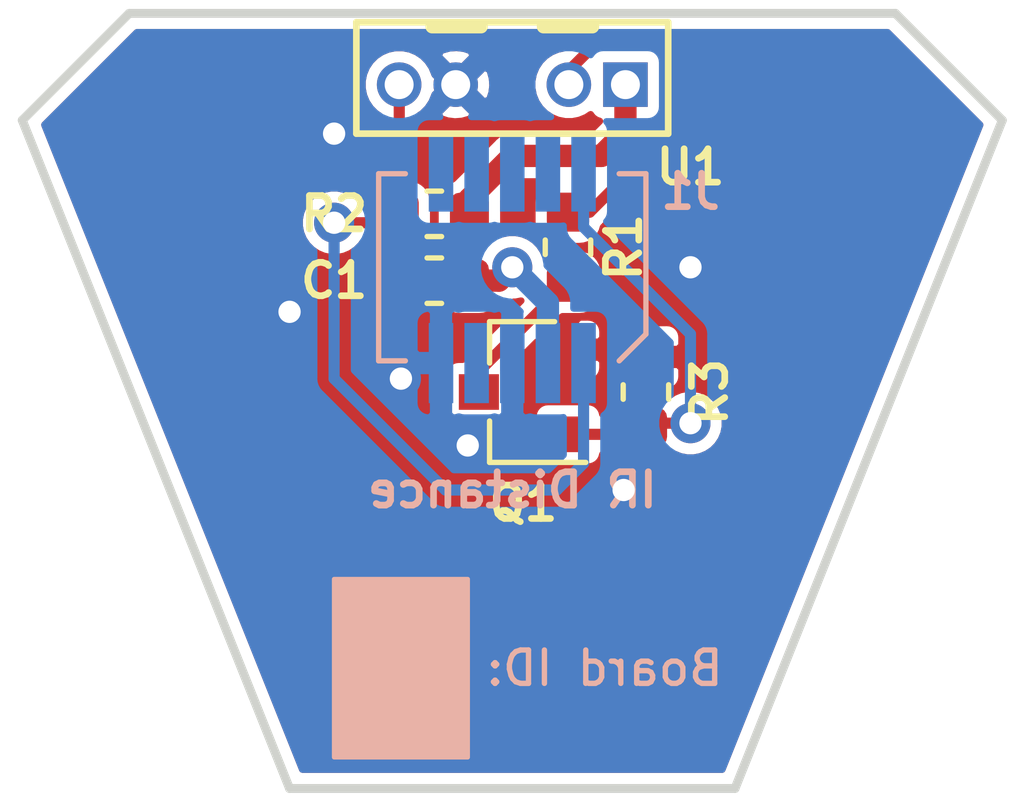
<source format=kicad_pcb>
(kicad_pcb (version 20171130) (host pcbnew "(5.1.7)-1")

  (general
    (thickness 1.6)
    (drawings 6)
    (tracks 48)
    (zones 0)
    (modules 9)
    (nets 7)
  )

  (page A4)
  (title_block
    (title "IR Distance Horizontal")
    (date 2021-04-10)
    (rev vA)
    (comment 1 "Matthew Jackson")
  )

  (layers
    (0 F.Cu signal)
    (31 B.Cu signal)
    (34 B.Paste user)
    (35 F.Paste user)
    (36 B.SilkS user)
    (37 F.SilkS user)
    (38 B.Mask user)
    (39 F.Mask user)
    (44 Edge.Cuts user)
    (45 Margin user hide)
    (46 B.CrtYd user hide)
    (47 F.CrtYd user hide)
    (48 B.Fab user hide)
    (49 F.Fab user hide)
  )

  (setup
    (last_trace_width 0.25)
    (user_trace_width 0.25)
    (user_trace_width 0.5)
    (trace_clearance 0.2)
    (zone_clearance 0.508)
    (zone_45_only no)
    (trace_min 0.2)
    (via_size 0.8)
    (via_drill 0.4)
    (via_min_size 0.4)
    (via_min_drill 0.3)
    (user_via 0.5 0.3)
    (user_via 0.9 0.5)
    (uvia_size 0.3)
    (uvia_drill 0.1)
    (uvias_allowed no)
    (uvia_min_size 0.2)
    (uvia_min_drill 0.1)
    (edge_width 0.2)
    (segment_width 0.2)
    (pcb_text_width 0.3)
    (pcb_text_size 1.5 1.5)
    (mod_edge_width 0.15)
    (mod_text_size 0.75 0.75)
    (mod_text_width 0.15)
    (pad_size 1.524 1.524)
    (pad_drill 0.762)
    (pad_to_mask_clearance 0)
    (aux_axis_origin 0 0)
    (visible_elements 7FFFFFFF)
    (pcbplotparams
      (layerselection 0x010fc_ffffffff)
      (usegerberextensions true)
      (usegerberattributes true)
      (usegerberadvancedattributes true)
      (creategerberjobfile true)
      (excludeedgelayer true)
      (linewidth 0.100000)
      (plotframeref true)
      (viasonmask false)
      (mode 1)
      (useauxorigin false)
      (hpglpennumber 1)
      (hpglpenspeed 20)
      (hpglpendiameter 15.000000)
      (psnegative false)
      (psa4output false)
      (plotreference true)
      (plotvalue true)
      (plotinvisibletext false)
      (padsonsilk false)
      (subtractmaskfromsilk true)
      (outputformat 4)
      (mirror false)
      (drillshape 2)
      (scaleselection 1)
      (outputdirectory "Outputs/PDF"))
  )

  (net 0 "")
  (net 1 +3V3)
  (net 2 GND)
  (net 3 /TIMER)
  (net 4 /ANALOG)
  (net 5 "Net-(Q1-Pad3)")
  (net 6 "Net-(R1-Pad2)")

  (net_class Default "This is the default net class."
    (clearance 0.2)
    (trace_width 0.25)
    (via_dia 0.8)
    (via_drill 0.4)
    (uvia_dia 0.3)
    (uvia_drill 0.1)
    (add_net +3V3)
    (add_net /ANALOG)
    (add_net /TIMER)
    (add_net GND)
    (add_net "Net-(Q1-Pad3)")
    (add_net "Net-(R1-Pad2)")
  )

  (module USER_PCB_Texts:Board_Number (layer B.Cu) (tedit 605B5AFC) (tstamp 60707D50)
    (at 145.5 109)
    (path /606D76A9)
    (fp_text reference T2 (at 2.5 0) (layer B.Fab)
      (effects (font (size 0.75 0.75) (thickness 0.15)) (justify mirror))
    )
    (fp_text value "Board ID" (at 0 3) (layer B.Fab)
      (effects (font (size 0.75 0.75) (thickness 0.15)) (justify mirror))
    )
    (fp_poly (pts (xy 3.5 -2) (xy 0.5 -2) (xy 0.5 2) (xy 3.5 2)) (layer B.SilkS) (width 0.1))
    (fp_text user "Board ID:" (at 9.3 0) (layer B.SilkS)
      (effects (font (size 0.75 0.75) (thickness 0.12)) (justify left mirror))
    )
  )

  (module USER_OptoDevice:Vishay_TCRT10x0_Reflective_Sensor (layer F.Cu) (tedit 606EFD8A) (tstamp 60707D5E)
    (at 150 95.9 180)
    (path /6058020F)
    (fp_text reference U1 (at -4 -1.85) (layer F.SilkS)
      (effects (font (size 0.75 0.75) (thickness 0.15)))
    )
    (fp_text value TCRT1000 (at 2.88 -3.92) (layer F.Fab)
      (effects (font (size 0.75 0.75) (thickness 0.15)))
    )
    (fp_line (start -3.5 -1.1) (end 3.5 -1.1) (layer F.SilkS) (width 0.15))
    (fp_line (start -3.5 1.4) (end -3.5 -1.1) (layer F.SilkS) (width 0.15))
    (fp_line (start 3.5 1.4) (end 3.5 -1.1) (layer F.SilkS) (width 0.15))
    (fp_line (start 3.5 1.4) (end -3.5 1.4) (layer F.SilkS) (width 0.15))
    (fp_line (start -1.8 1.3) (end -0.7 1.3) (layer F.SilkS) (width 0.3))
    (fp_line (start 0.7 1.3) (end 1.8 1.3) (layer F.SilkS) (width 0.3))
    (pad 4 thru_hole circle (at 2.54 0 180) (size 1 1) (drill 0.65) (layers *.Cu *.Mask)
      (net 4 /ANALOG))
    (pad 3 thru_hole circle (at 1.27 0 180) (size 1 1) (drill 0.65) (layers *.Cu *.Mask)
      (net 2 GND))
    (pad 2 thru_hole circle (at -1.27 0 180) (size 1 1) (drill 0.65) (layers *.Cu *.Mask)
      (net 6 "Net-(R1-Pad2)"))
    (pad 1 thru_hole rect (at -2.54 0 180) (size 1 1) (drill 0.65) (layers *.Cu *.Mask)
      (net 1 +3V3))
  )

  (module USER_PCB_Texts:PCB_Title_&_Version (layer F.Cu) (tedit 605B5C4B) (tstamp 60707D4A)
    (at 158.414999 105.394999)
    (path /606D74F9)
    (fp_text reference T1 (at 0 -2) (layer F.Fab)
      (effects (font (size 0.75 0.75) (thickness 0.15)))
    )
    (fp_text value "IR Distance" (at -8.414999 -0.394999) (layer B.SilkS)
      (effects (font (size 0.75 0.75) (thickness 0.15)) (justify mirror))
    )
  )

  (module USER_Resistor_SMD:R_0603_1608Metric (layer F.Cu) (tedit 5B301BBD) (tstamp 60707D46)
    (at 153 102.8 270)
    (descr "Resistor SMD 0603 (1608 Metric), square (rectangular) end terminal, IPC_7351 nominal, (Body size source: http://www.tortai-tech.com/upload/download/2011102023233369053.pdf), generated with kicad-footprint-generator")
    (tags resistor)
    (path /605B9F64)
    (attr smd)
    (fp_text reference R3 (at 0 -1.43 90) (layer F.SilkS)
      (effects (font (size 0.75 0.75) (thickness 0.15)))
    )
    (fp_text value 10k (at 0 1.43 90) (layer F.Fab)
      (effects (font (size 0.75 0.75) (thickness 0.15)))
    )
    (fp_line (start -0.8 0.4) (end -0.8 -0.4) (layer F.Fab) (width 0.1))
    (fp_line (start -0.8 -0.4) (end 0.8 -0.4) (layer F.Fab) (width 0.1))
    (fp_line (start 0.8 -0.4) (end 0.8 0.4) (layer F.Fab) (width 0.1))
    (fp_line (start 0.8 0.4) (end -0.8 0.4) (layer F.Fab) (width 0.1))
    (fp_line (start -0.162779 -0.51) (end 0.162779 -0.51) (layer F.SilkS) (width 0.12))
    (fp_line (start -0.162779 0.51) (end 0.162779 0.51) (layer F.SilkS) (width 0.12))
    (fp_line (start -1.48 0.73) (end -1.48 -0.73) (layer F.CrtYd) (width 0.05))
    (fp_line (start -1.48 -0.73) (end 1.48 -0.73) (layer F.CrtYd) (width 0.05))
    (fp_line (start 1.48 -0.73) (end 1.48 0.73) (layer F.CrtYd) (width 0.05))
    (fp_line (start 1.48 0.73) (end -1.48 0.73) (layer F.CrtYd) (width 0.05))
    (fp_text user %R (at 0 0 90) (layer F.Fab)
      (effects (font (size 0.75 0.75) (thickness 0.15)))
    )
    (pad 2 smd roundrect (at 0.7875 0 270) (size 0.875 0.95) (layers F.Cu F.Paste F.Mask) (roundrect_rratio 0.25)
      (net 3 /TIMER))
    (pad 1 smd roundrect (at -0.7875 0 270) (size 0.875 0.95) (layers F.Cu F.Paste F.Mask) (roundrect_rratio 0.25)
      (net 2 GND))
    (model ${KISYS3DMOD}/Resistor_SMD.3dshapes/R_0603_1608Metric.wrl
      (at (xyz 0 0 0))
      (scale (xyz 1 1 1))
      (rotate (xyz 0 0 0))
    )
  )

  (module USER_Resistor_SMD:R_0603_1608Metric (layer F.Cu) (tedit 5B301BBD) (tstamp 60707D35)
    (at 148.25 98.8 180)
    (descr "Resistor SMD 0603 (1608 Metric), square (rectangular) end terminal, IPC_7351 nominal, (Body size source: http://www.tortai-tech.com/upload/download/2011102023233369053.pdf), generated with kicad-footprint-generator")
    (tags resistor)
    (path /605A0828)
    (attr smd)
    (fp_text reference R2 (at 2.25 0) (layer F.SilkS)
      (effects (font (size 0.75 0.75) (thickness 0.15)))
    )
    (fp_text value 10k (at 0 1.43) (layer F.Fab)
      (effects (font (size 0.75 0.75) (thickness 0.15)))
    )
    (fp_line (start -0.8 0.4) (end -0.8 -0.4) (layer F.Fab) (width 0.1))
    (fp_line (start -0.8 -0.4) (end 0.8 -0.4) (layer F.Fab) (width 0.1))
    (fp_line (start 0.8 -0.4) (end 0.8 0.4) (layer F.Fab) (width 0.1))
    (fp_line (start 0.8 0.4) (end -0.8 0.4) (layer F.Fab) (width 0.1))
    (fp_line (start -0.162779 -0.51) (end 0.162779 -0.51) (layer F.SilkS) (width 0.12))
    (fp_line (start -0.162779 0.51) (end 0.162779 0.51) (layer F.SilkS) (width 0.12))
    (fp_line (start -1.48 0.73) (end -1.48 -0.73) (layer F.CrtYd) (width 0.05))
    (fp_line (start -1.48 -0.73) (end 1.48 -0.73) (layer F.CrtYd) (width 0.05))
    (fp_line (start 1.48 -0.73) (end 1.48 0.73) (layer F.CrtYd) (width 0.05))
    (fp_line (start 1.48 0.73) (end -1.48 0.73) (layer F.CrtYd) (width 0.05))
    (fp_text user %R (at 0 0) (layer F.Fab)
      (effects (font (size 0.75 0.75) (thickness 0.15)))
    )
    (pad 2 smd roundrect (at 0.7875 0 180) (size 0.875 0.95) (layers F.Cu F.Paste F.Mask) (roundrect_rratio 0.25)
      (net 4 /ANALOG))
    (pad 1 smd roundrect (at -0.7875 0 180) (size 0.875 0.95) (layers F.Cu F.Paste F.Mask) (roundrect_rratio 0.25)
      (net 1 +3V3))
    (model ${KISYS3DMOD}/Resistor_SMD.3dshapes/R_0603_1608Metric.wrl
      (at (xyz 0 0 0))
      (scale (xyz 1 1 1))
      (rotate (xyz 0 0 0))
    )
  )

  (module USER_Resistor_SMD:R_0603_1608Metric (layer F.Cu) (tedit 5B301BBD) (tstamp 60707D24)
    (at 151.25 99.55 90)
    (descr "Resistor SMD 0603 (1608 Metric), square (rectangular) end terminal, IPC_7351 nominal, (Body size source: http://www.tortai-tech.com/upload/download/2011102023233369053.pdf), generated with kicad-footprint-generator")
    (tags resistor)
    (path /60582841)
    (attr smd)
    (fp_text reference R1 (at 0 1.25 90) (layer F.SilkS)
      (effects (font (size 0.75 0.75) (thickness 0.15)))
    )
    (fp_text value 22R (at 0 1.43 90) (layer F.Fab)
      (effects (font (size 0.75 0.75) (thickness 0.15)))
    )
    (fp_line (start -0.8 0.4) (end -0.8 -0.4) (layer F.Fab) (width 0.1))
    (fp_line (start -0.8 -0.4) (end 0.8 -0.4) (layer F.Fab) (width 0.1))
    (fp_line (start 0.8 -0.4) (end 0.8 0.4) (layer F.Fab) (width 0.1))
    (fp_line (start 0.8 0.4) (end -0.8 0.4) (layer F.Fab) (width 0.1))
    (fp_line (start -0.162779 -0.51) (end 0.162779 -0.51) (layer F.SilkS) (width 0.12))
    (fp_line (start -0.162779 0.51) (end 0.162779 0.51) (layer F.SilkS) (width 0.12))
    (fp_line (start -1.48 0.73) (end -1.48 -0.73) (layer F.CrtYd) (width 0.05))
    (fp_line (start -1.48 -0.73) (end 1.48 -0.73) (layer F.CrtYd) (width 0.05))
    (fp_line (start 1.48 -0.73) (end 1.48 0.73) (layer F.CrtYd) (width 0.05))
    (fp_line (start 1.48 0.73) (end -1.48 0.73) (layer F.CrtYd) (width 0.05))
    (fp_text user %R (at 0 0 90) (layer F.Fab)
      (effects (font (size 0.75 0.75) (thickness 0.15)))
    )
    (pad 2 smd roundrect (at 0.7875 0 90) (size 0.875 0.95) (layers F.Cu F.Paste F.Mask) (roundrect_rratio 0.25)
      (net 6 "Net-(R1-Pad2)"))
    (pad 1 smd roundrect (at -0.7875 0 90) (size 0.875 0.95) (layers F.Cu F.Paste F.Mask) (roundrect_rratio 0.25)
      (net 5 "Net-(Q1-Pad3)"))
    (model ${KISYS3DMOD}/Resistor_SMD.3dshapes/R_0603_1608Metric.wrl
      (at (xyz 0 0 0))
      (scale (xyz 1 1 1))
      (rotate (xyz 0 0 0))
    )
  )

  (module USER_Package_TO_SOT_SMD:SOT-23 (layer F.Cu) (tedit 5A02FF57) (tstamp 60707D13)
    (at 150.25 102.8 180)
    (descr "SOT-23, Standard")
    (tags SOT-23)
    (path /60577421)
    (attr smd)
    (fp_text reference Q1 (at 0 -2.5) (layer F.SilkS)
      (effects (font (size 0.75 0.75) (thickness 0.15)))
    )
    (fp_text value FDV303N (at 0 2.5) (layer F.Fab)
      (effects (font (size 0.75 0.75) (thickness 0.15)))
    )
    (fp_line (start -0.7 -0.95) (end -0.7 1.5) (layer F.Fab) (width 0.1))
    (fp_line (start -0.15 -1.52) (end 0.7 -1.52) (layer F.Fab) (width 0.1))
    (fp_line (start -0.7 -0.95) (end -0.15 -1.52) (layer F.Fab) (width 0.1))
    (fp_line (start 0.7 -1.52) (end 0.7 1.52) (layer F.Fab) (width 0.1))
    (fp_line (start -0.7 1.52) (end 0.7 1.52) (layer F.Fab) (width 0.1))
    (fp_line (start 0.76 1.58) (end 0.76 0.65) (layer F.SilkS) (width 0.12))
    (fp_line (start 0.76 -1.58) (end 0.76 -0.65) (layer F.SilkS) (width 0.12))
    (fp_line (start -1.7 -1.75) (end 1.7 -1.75) (layer F.CrtYd) (width 0.05))
    (fp_line (start 1.7 -1.75) (end 1.7 1.75) (layer F.CrtYd) (width 0.05))
    (fp_line (start 1.7 1.75) (end -1.7 1.75) (layer F.CrtYd) (width 0.05))
    (fp_line (start -1.7 1.75) (end -1.7 -1.75) (layer F.CrtYd) (width 0.05))
    (fp_line (start 0.76 -1.58) (end -1.4 -1.58) (layer F.SilkS) (width 0.12))
    (fp_line (start 0.76 1.58) (end -0.7 1.58) (layer F.SilkS) (width 0.12))
    (fp_text user %R (at 0 0 90) (layer F.Fab)
      (effects (font (size 0.75 0.75) (thickness 0.15)))
    )
    (pad 3 smd rect (at 1 0 180) (size 0.9 0.8) (layers F.Cu F.Paste F.Mask)
      (net 5 "Net-(Q1-Pad3)"))
    (pad 2 smd rect (at -1 0.95 180) (size 0.9 0.8) (layers F.Cu F.Paste F.Mask)
      (net 2 GND))
    (pad 1 smd rect (at -1 -0.95 180) (size 0.9 0.8) (layers F.Cu F.Paste F.Mask)
      (net 3 /TIMER))
    (model ${KISYS3DMOD}/Package_TO_SOT_SMD.3dshapes/SOT-23.wrl
      (at (xyz 0 0 0))
      (scale (xyz 1 1 1))
      (rotate (xyz 0 0 0))
    )
  )

  (module USER_Connector_Molex:Molex_SlimStack_533071071_2x05_P0.8mm_Vertical_Female (layer B.Cu) (tedit 6070677A) (tstamp 60707CFE)
    (at 150 100 180)
    (path /606E67B1)
    (fp_text reference J1 (at -4 1.7) (layer B.SilkS)
      (effects (font (size 0.75 0.75) (thickness 0.15)) (justify mirror))
    )
    (fp_text value Conn_01x10 (at 0 0) (layer B.Fab)
      (effects (font (size 0.75 0.75) (thickness 0.15)) (justify mirror))
    )
    (fp_line (start 2.4 -2.1) (end 3 -2.1) (layer B.SilkS) (width 0.12))
    (fp_line (start 2.4 2.1) (end 3 2.1) (layer B.SilkS) (width 0.12))
    (fp_line (start -2.4 -2.1) (end -3 -1.5) (layer B.SilkS) (width 0.12))
    (fp_line (start 3 2.1) (end 3 -2.1) (layer B.SilkS) (width 0.12))
    (fp_line (start -2.4 2.1) (end -3 2.1) (layer B.SilkS) (width 0.12))
    (fp_line (start -3 -1.5) (end -3 2.1) (layer B.SilkS) (width 0.12))
    (pad 5 smd rect (at 0 -2.15) (size 0.55 1.8) (layers B.Cu B.Paste B.Mask)
      (net 2 GND))
    (pad 3 smd rect (at -0.8 -2.15) (size 0.55 1.8) (layers B.Cu B.Paste B.Mask)
      (net 1 +3V3))
    (pad 1 smd rect (at -1.6 -2.15) (size 0.55 1.8) (layers B.Cu B.Paste B.Mask)
      (net 4 /ANALOG))
    (pad 8 smd rect (at 0.8 2.15) (size 0.55 1.8) (layers B.Cu B.Paste B.Mask))
    (pad 7 smd rect (at 0.8 -2.15) (size 0.55 1.8) (layers B.Cu B.Paste B.Mask))
    (pad 6 smd rect (at 0 2.15) (size 0.55 1.8) (layers B.Cu B.Paste B.Mask))
    (pad 10 smd rect (at 1.6 2.15) (size 0.55 1.8) (layers B.Cu B.Paste B.Mask))
    (pad 9 smd rect (at 1.6 -2.15) (size 0.55 1.8) (layers B.Cu B.Paste B.Mask)
      (net 2 GND))
    (pad 4 smd rect (at -0.8 2.15) (size 0.55 1.8) (layers B.Cu B.Paste B.Mask))
    (pad 2 smd rect (at -1.6 2.15) (size 0.55 1.8) (layers B.Cu B.Paste B.Mask)
      (net 3 /TIMER))
    (model "${KICAD_USER_3DMOD_DIR}/Molex 533071071.step"
      (offset (xyz 0 0 1.8))
      (scale (xyz 1 1 1))
      (rotate (xyz 90 180 0))
    )
  )

  (module USER_Capacitor_SMD:C_0603_1608Metric (layer F.Cu) (tedit 5B301BBE) (tstamp 60707CEA)
    (at 148.25 100.3)
    (descr "Capacitor SMD 0603 (1608 Metric), square (rectangular) end terminal, IPC_7351 nominal, (Body size source: http://www.tortai-tech.com/upload/download/2011102023233369053.pdf), generated with kicad-footprint-generator")
    (tags capacitor)
    (path /607617EC)
    (attr smd)
    (fp_text reference C1 (at -2.25 0) (layer F.SilkS)
      (effects (font (size 0.75 0.75) (thickness 0.15)))
    )
    (fp_text value 100nF (at 0 1.43) (layer F.Fab)
      (effects (font (size 0.75 0.75) (thickness 0.15)))
    )
    (fp_line (start -0.8 0.4) (end -0.8 -0.4) (layer F.Fab) (width 0.1))
    (fp_line (start -0.8 -0.4) (end 0.8 -0.4) (layer F.Fab) (width 0.1))
    (fp_line (start 0.8 -0.4) (end 0.8 0.4) (layer F.Fab) (width 0.1))
    (fp_line (start 0.8 0.4) (end -0.8 0.4) (layer F.Fab) (width 0.1))
    (fp_line (start -0.162779 -0.51) (end 0.162779 -0.51) (layer F.SilkS) (width 0.12))
    (fp_line (start -0.162779 0.51) (end 0.162779 0.51) (layer F.SilkS) (width 0.12))
    (fp_line (start -1.48 0.73) (end -1.48 -0.73) (layer F.CrtYd) (width 0.05))
    (fp_line (start -1.48 -0.73) (end 1.48 -0.73) (layer F.CrtYd) (width 0.05))
    (fp_line (start 1.48 -0.73) (end 1.48 0.73) (layer F.CrtYd) (width 0.05))
    (fp_line (start 1.48 0.73) (end -1.48 0.73) (layer F.CrtYd) (width 0.05))
    (fp_text user %R (at 0 0) (layer F.Fab)
      (effects (font (size 0.75 0.75) (thickness 0.15)))
    )
    (pad 2 smd roundrect (at 0.7875 0) (size 0.875 0.95) (layers F.Cu F.Paste F.Mask) (roundrect_rratio 0.25)
      (net 1 +3V3))
    (pad 1 smd roundrect (at -0.7875 0) (size 0.875 0.95) (layers F.Cu F.Paste F.Mask) (roundrect_rratio 0.25)
      (net 2 GND))
    (model ${KISYS3DMOD}/Capacitor_SMD.3dshapes/C_0603_1608Metric.wrl
      (at (xyz 0 0 0))
      (scale (xyz 1 1 1))
      (rotate (xyz 0 0 0))
    )
  )

  (gr_line (start 145 111.7) (end 139 96.7) (layer Edge.Cuts) (width 0.2) (tstamp 60708BC2))
  (gr_line (start 155 111.7) (end 161 96.7) (layer Edge.Cuts) (width 0.2) (tstamp 60708BC1))
  (gr_line (start 155 111.7) (end 145 111.7) (layer Edge.Cuts) (width 0.2))
  (gr_line (start 158.6 94.3) (end 141.4 94.3) (layer Edge.Cuts) (width 0.2) (tstamp 60708B95))
  (gr_line (start 161 96.7) (end 158.6 94.3) (layer Edge.Cuts) (width 0.2))
  (gr_line (start 139 96.7) (end 141.4 94.3) (layer Edge.Cuts) (width 0.2))

  (segment (start 149.0375 100.3) (end 149.0375 98.8) (width 0.5) (layer F.Cu) (net 1))
  (segment (start 149.0375 100.3) (end 149.7 100.3) (width 0.5) (layer F.Cu) (net 1))
  (segment (start 149.7 100.3) (end 150 100) (width 0.5) (layer F.Cu) (net 1))
  (segment (start 150.8 100.8) (end 150.8 102.15) (width 0.5) (layer B.Cu) (net 1))
  (segment (start 150 100) (end 150.8 100.8) (width 0.5) (layer B.Cu) (net 1))
  (segment (start 149.0375 98.8) (end 149.0375 98.4625) (width 0.5) (layer F.Cu) (net 1))
  (segment (start 149.0375 98.4625) (end 150 97.5) (width 0.5) (layer F.Cu) (net 1))
  (segment (start 150 97.5) (end 152 97.5) (width 0.5) (layer F.Cu) (net 1))
  (segment (start 152.54 96.96) (end 152.54 95.9) (width 0.5) (layer F.Cu) (net 1))
  (segment (start 152 97.5) (end 152.54 96.96) (width 0.5) (layer F.Cu) (net 1))
  (segment (start 150 100) (end 150 100) (width 0.5) (layer F.Cu) (net 1) (tstamp 60708AAB))
  (via (at 150 100) (size 0.9) (drill 0.5) (layers F.Cu B.Cu) (net 1))
  (via (at 147.5 102.5) (size 0.9) (drill 0.5) (layers F.Cu B.Cu) (net 2))
  (via (at 149 104) (size 0.9) (drill 0.5) (layers F.Cu B.Cu) (net 2))
  (via (at 154 100) (size 0.9) (drill 0.5) (layers F.Cu B.Cu) (net 2))
  (via (at 146 97) (size 0.9) (drill 0.5) (layers F.Cu B.Cu) (net 2))
  (via (at 145 101) (size 0.9) (drill 0.5) (layers F.Cu B.Cu) (net 2))
  (via (at 152.5 105) (size 0.9) (drill 0.5) (layers F.Cu B.Cu) (net 2))
  (segment (start 152.8375 103.75) (end 153 103.5875) (width 0.25) (layer F.Cu) (net 3))
  (segment (start 151.25 103.75) (end 152.8375 103.75) (width 0.25) (layer F.Cu) (net 3))
  (segment (start 151.6 97.85) (end 151.6 99.1) (width 0.25) (layer B.Cu) (net 3))
  (segment (start 151.6 99.1) (end 154 101.5) (width 0.25) (layer B.Cu) (net 3))
  (segment (start 154 101.5) (end 154 103.5) (width 0.25) (layer B.Cu) (net 3))
  (segment (start 153.0875 103.5) (end 153 103.5875) (width 0.25) (layer F.Cu) (net 3))
  (segment (start 154 103.5) (end 154 103.5) (width 0.25) (layer F.Cu) (net 3))
  (segment (start 154 103.5) (end 153.0875 103.5) (width 0.25) (layer F.Cu) (net 3) (tstamp 60708AA9))
  (via (at 154 103.5) (size 0.9) (drill 0.5) (layers F.Cu B.Cu) (net 3))
  (segment (start 147.4625 95.9025) (end 147.46 95.9) (width 0.25) (layer F.Cu) (net 4))
  (segment (start 147.4625 98.8) (end 147.4625 95.9025) (width 0.25) (layer F.Cu) (net 4))
  (segment (start 147.2625 99) (end 147.4625 98.8) (width 0.25) (layer F.Cu) (net 4))
  (segment (start 146 99) (end 146 99) (width 0.25) (layer F.Cu) (net 4))
  (segment (start 146 99) (end 147.2625 99) (width 0.25) (layer F.Cu) (net 4) (tstamp 60708AAD))
  (via (at 146 99) (size 0.9) (drill 0.5) (layers F.Cu B.Cu) (net 4))
  (segment (start 146 102.5) (end 146 99) (width 0.25) (layer B.Cu) (net 4))
  (segment (start 151 105) (end 148.5 105) (width 0.25) (layer B.Cu) (net 4))
  (segment (start 151.6 102.15) (end 151.6 104.4) (width 0.25) (layer B.Cu) (net 4))
  (segment (start 148.5 105) (end 146 102.5) (width 0.25) (layer B.Cu) (net 4))
  (segment (start 151.6 104.4) (end 151 105) (width 0.25) (layer B.Cu) (net 4))
  (segment (start 149.25 102.3375) (end 151.25 100.3375) (width 0.25) (layer F.Cu) (net 5))
  (segment (start 149.25 102.8) (end 149.25 102.3375) (width 0.25) (layer F.Cu) (net 5))
  (segment (start 151.27 98.7425) (end 151.25 98.7625) (width 0.25) (layer F.Cu) (net 6))
  (segment (start 151.25 98.7625) (end 151.7375 98.7625) (width 0.25) (layer F.Cu) (net 6))
  (segment (start 151.7375 98.7625) (end 153.5 97) (width 0.25) (layer F.Cu) (net 6))
  (segment (start 153.5 95.274998) (end 153.225002 95) (width 0.25) (layer F.Cu) (net 6))
  (segment (start 153.5 97) (end 153.5 95.274998) (width 0.25) (layer F.Cu) (net 6))
  (segment (start 151.27 95.584998) (end 151.27 95.9) (width 0.25) (layer F.Cu) (net 6))
  (segment (start 151.854998 95) (end 151.27 95.584998) (width 0.25) (layer F.Cu) (net 6))
  (segment (start 153.225002 95) (end 151.854998 95) (width 0.25) (layer F.Cu) (net 6))

  (zone (net 2) (net_name GND) (layer F.Cu) (tstamp 6071BCA1) (hatch edge 0.508)
    (connect_pads (clearance 0.25))
    (min_thickness 0.15)
    (fill yes (arc_segments 32) (thermal_gap 0.25) (thermal_bridge_width 0.5))
    (polygon
      (pts
        (xy 161.5 96.5) (xy 155.5 112) (xy 144.5 112) (xy 138.5 96.5) (xy 141 94)
        (xy 159 94)
      )
    )
    (filled_polygon
      (pts
        (xy 151.132394 95.086209) (xy 151.029356 95.106704) (xy 150.879216 95.168894) (xy 150.744093 95.259181) (xy 150.629181 95.374093)
        (xy 150.538894 95.509216) (xy 150.476704 95.659356) (xy 150.445 95.818745) (xy 150.445 95.981255) (xy 150.476704 96.140644)
        (xy 150.538894 96.290784) (xy 150.629181 96.425907) (xy 150.744093 96.540819) (xy 150.879216 96.631106) (xy 151.029356 96.693296)
        (xy 151.188745 96.725) (xy 151.351255 96.725) (xy 151.510644 96.693296) (xy 151.660784 96.631106) (xy 151.759691 96.565018)
        (xy 151.768465 96.581434) (xy 151.809079 96.630921) (xy 151.858566 96.671535) (xy 151.915026 96.701713) (xy 151.965 96.716873)
        (xy 151.965 96.721827) (xy 151.761828 96.925) (xy 150.028243 96.925) (xy 150 96.922218) (xy 149.971757 96.925)
        (xy 149.971754 96.925) (xy 149.88728 96.93332) (xy 149.778892 96.966199) (xy 149.679002 97.019592) (xy 149.591446 97.091446)
        (xy 149.57344 97.113387) (xy 148.662925 98.023903) (xy 148.610064 98.039938) (xy 148.515785 98.090331) (xy 148.433149 98.158149)
        (xy 148.365331 98.240785) (xy 148.314938 98.335064) (xy 148.283906 98.437363) (xy 148.273428 98.54375) (xy 148.273428 99.05625)
        (xy 148.283906 99.162637) (xy 148.314938 99.264936) (xy 148.365331 99.359215) (xy 148.433149 99.441851) (xy 148.462501 99.465939)
        (xy 148.4625 99.634061) (xy 148.433149 99.658149) (xy 148.365331 99.740785) (xy 148.314938 99.835064) (xy 148.283906 99.937363)
        (xy 148.273428 100.04375) (xy 148.273428 100.55625) (xy 148.283906 100.662637) (xy 148.314938 100.764936) (xy 148.365331 100.859215)
        (xy 148.433149 100.941851) (xy 148.515785 101.009669) (xy 148.610064 101.060062) (xy 148.712363 101.091094) (xy 148.81875 101.101572)
        (xy 149.25625 101.101572) (xy 149.362637 101.091094) (xy 149.464936 101.060062) (xy 149.559215 101.009669) (xy 149.641851 100.941851)
        (xy 149.694848 100.877275) (xy 149.7 100.877782) (xy 149.728243 100.875) (xy 149.728246 100.875) (xy 149.81272 100.86668)
        (xy 149.921108 100.833801) (xy 150.020998 100.780408) (xy 150.027588 100.775) (xy 150.076331 100.775) (xy 150.200879 100.750226)
        (xy 148.947429 102.003676) (xy 148.930264 102.017763) (xy 148.916177 102.034928) (xy 148.916172 102.034933) (xy 148.88458 102.073428)
        (xy 148.8 102.073428) (xy 148.736289 102.079703) (xy 148.675026 102.098287) (xy 148.618566 102.128465) (xy 148.569079 102.169079)
        (xy 148.528465 102.218566) (xy 148.498287 102.275026) (xy 148.479703 102.336289) (xy 148.473428 102.4) (xy 148.473428 103.2)
        (xy 148.479703 103.263711) (xy 148.498287 103.324974) (xy 148.528465 103.381434) (xy 148.569079 103.430921) (xy 148.618566 103.471535)
        (xy 148.675026 103.501713) (xy 148.736289 103.520297) (xy 148.8 103.526572) (xy 149.7 103.526572) (xy 149.763711 103.520297)
        (xy 149.824974 103.501713) (xy 149.881434 103.471535) (xy 149.930921 103.430921) (xy 149.971535 103.381434) (xy 149.988336 103.35)
        (xy 150.473428 103.35) (xy 150.473428 104.15) (xy 150.479703 104.213711) (xy 150.498287 104.274974) (xy 150.528465 104.331434)
        (xy 150.569079 104.380921) (xy 150.618566 104.421535) (xy 150.675026 104.451713) (xy 150.736289 104.470297) (xy 150.8 104.476572)
        (xy 151.7 104.476572) (xy 151.763711 104.470297) (xy 151.824974 104.451713) (xy 151.881434 104.421535) (xy 151.930921 104.380921)
        (xy 151.971535 104.331434) (xy 152.001713 104.274974) (xy 152.020297 104.213711) (xy 152.021647 104.2) (xy 152.368079 104.2)
        (xy 152.440785 104.259669) (xy 152.535064 104.310062) (xy 152.637363 104.341094) (xy 152.74375 104.351572) (xy 153.25625 104.351572)
        (xy 153.362637 104.341094) (xy 153.464936 104.310062) (xy 153.559215 104.259669) (xy 153.641851 104.191851) (xy 153.642676 104.190845)
        (xy 153.773941 104.245217) (xy 153.923669 104.275) (xy 154.076331 104.275) (xy 154.226059 104.245217) (xy 154.3671 104.186796)
        (xy 154.494034 104.101982) (xy 154.601982 103.994034) (xy 154.686796 103.8671) (xy 154.745217 103.726059) (xy 154.775 103.576331)
        (xy 154.775 103.423669) (xy 154.745217 103.273941) (xy 154.686796 103.1329) (xy 154.601982 103.005966) (xy 154.494034 102.898018)
        (xy 154.3671 102.813204) (xy 154.226059 102.754783) (xy 154.076331 102.725) (xy 153.923669 102.725) (xy 153.773941 102.754783)
        (xy 153.6329 102.813204) (xy 153.515236 102.891824) (xy 153.464936 102.864938) (xy 153.362637 102.833906) (xy 153.25625 102.823428)
        (xy 152.74375 102.823428) (xy 152.637363 102.833906) (xy 152.535064 102.864938) (xy 152.440785 102.915331) (xy 152.358149 102.983149)
        (xy 152.290331 103.065785) (xy 152.239938 103.160064) (xy 152.208906 103.262363) (xy 152.205199 103.3) (xy 152.021647 103.3)
        (xy 152.020297 103.286289) (xy 152.001713 103.225026) (xy 151.971535 103.168566) (xy 151.930921 103.119079) (xy 151.881434 103.078465)
        (xy 151.824974 103.048287) (xy 151.763711 103.029703) (xy 151.7 103.023428) (xy 150.8 103.023428) (xy 150.736289 103.029703)
        (xy 150.675026 103.048287) (xy 150.618566 103.078465) (xy 150.569079 103.119079) (xy 150.528465 103.168566) (xy 150.498287 103.225026)
        (xy 150.479703 103.286289) (xy 150.473428 103.35) (xy 149.988336 103.35) (xy 150.001713 103.324974) (xy 150.020297 103.263711)
        (xy 150.026572 103.2) (xy 150.026572 102.4) (xy 150.020297 102.336289) (xy 150.001713 102.275026) (xy 149.988337 102.25)
        (xy 150.473427 102.25) (xy 150.479702 102.313711) (xy 150.498286 102.374974) (xy 150.528464 102.431434) (xy 150.569078 102.480922)
        (xy 150.618566 102.521536) (xy 150.675026 102.551714) (xy 150.736289 102.570298) (xy 150.8 102.576573) (xy 150.99375 102.575)
        (xy 151.075 102.49375) (xy 151.075 102.025) (xy 151.425 102.025) (xy 151.425 102.49375) (xy 151.50625 102.575)
        (xy 151.7 102.576573) (xy 151.763711 102.570298) (xy 151.824974 102.551714) (xy 151.881434 102.521536) (xy 151.930922 102.480922)
        (xy 151.956299 102.45) (xy 152.198427 102.45) (xy 152.204702 102.513711) (xy 152.223286 102.574974) (xy 152.253464 102.631434)
        (xy 152.294078 102.680922) (xy 152.343566 102.721536) (xy 152.400026 102.751714) (xy 152.461289 102.770298) (xy 152.525 102.776573)
        (xy 152.74375 102.775) (xy 152.825 102.69375) (xy 152.825 102.1875) (xy 153.175 102.1875) (xy 153.175 102.69375)
        (xy 153.25625 102.775) (xy 153.475 102.776573) (xy 153.538711 102.770298) (xy 153.599974 102.751714) (xy 153.656434 102.721536)
        (xy 153.705922 102.680922) (xy 153.746536 102.631434) (xy 153.776714 102.574974) (xy 153.795298 102.513711) (xy 153.801573 102.45)
        (xy 153.8 102.26875) (xy 153.71875 102.1875) (xy 153.175 102.1875) (xy 152.825 102.1875) (xy 152.28125 102.1875)
        (xy 152.2 102.26875) (xy 152.198427 102.45) (xy 151.956299 102.45) (xy 151.971536 102.431434) (xy 152.001714 102.374974)
        (xy 152.020298 102.313711) (xy 152.026573 102.25) (xy 152.025 102.10625) (xy 151.94375 102.025) (xy 151.425 102.025)
        (xy 151.075 102.025) (xy 150.55625 102.025) (xy 150.475 102.10625) (xy 150.473427 102.25) (xy 149.988337 102.25)
        (xy 149.983306 102.240589) (xy 150.552573 101.671323) (xy 150.55625 101.675) (xy 151.075 101.675) (xy 151.075 101.20625)
        (xy 151.425 101.20625) (xy 151.425 101.675) (xy 151.94375 101.675) (xy 152.025 101.59375) (xy 152.025205 101.575)
        (xy 152.198427 101.575) (xy 152.2 101.75625) (xy 152.28125 101.8375) (xy 152.825 101.8375) (xy 152.825 101.33125)
        (xy 153.175 101.33125) (xy 153.175 101.8375) (xy 153.71875 101.8375) (xy 153.8 101.75625) (xy 153.801573 101.575)
        (xy 153.795298 101.511289) (xy 153.776714 101.450026) (xy 153.746536 101.393566) (xy 153.705922 101.344078) (xy 153.656434 101.303464)
        (xy 153.599974 101.273286) (xy 153.538711 101.254702) (xy 153.475 101.248427) (xy 153.25625 101.25) (xy 153.175 101.33125)
        (xy 152.825 101.33125) (xy 152.74375 101.25) (xy 152.525 101.248427) (xy 152.461289 101.254702) (xy 152.400026 101.273286)
        (xy 152.343566 101.303464) (xy 152.294078 101.344078) (xy 152.253464 101.393566) (xy 152.223286 101.450026) (xy 152.204702 101.511289)
        (xy 152.198427 101.575) (xy 152.025205 101.575) (xy 152.026573 101.45) (xy 152.020298 101.386289) (xy 152.001714 101.325026)
        (xy 151.971536 101.268566) (xy 151.930922 101.219078) (xy 151.881434 101.178464) (xy 151.824974 101.148286) (xy 151.763711 101.129702)
        (xy 151.7 101.123427) (xy 151.50625 101.125) (xy 151.425 101.20625) (xy 151.075 101.20625) (xy 151.046323 101.177573)
        (xy 151.122324 101.101572) (xy 151.50625 101.101572) (xy 151.612637 101.091094) (xy 151.714936 101.060062) (xy 151.809215 101.009669)
        (xy 151.891851 100.941851) (xy 151.959669 100.859215) (xy 152.010062 100.764936) (xy 152.041094 100.662637) (xy 152.051572 100.55625)
        (xy 152.051572 100.11875) (xy 152.041094 100.012363) (xy 152.010062 99.910064) (xy 151.959669 99.815785) (xy 151.891851 99.733149)
        (xy 151.809215 99.665331) (xy 151.714936 99.614938) (xy 151.612637 99.583906) (xy 151.50625 99.573428) (xy 150.99375 99.573428)
        (xy 150.887363 99.583906) (xy 150.785064 99.614938) (xy 150.698517 99.661198) (xy 150.686796 99.6329) (xy 150.601982 99.505966)
        (xy 150.494034 99.398018) (xy 150.3671 99.313204) (xy 150.226059 99.254783) (xy 150.076331 99.225) (xy 149.923669 99.225)
        (xy 149.773941 99.254783) (xy 149.76159 99.259899) (xy 149.791094 99.162637) (xy 149.801572 99.05625) (xy 149.801572 98.54375)
        (xy 149.798689 98.514483) (xy 150.238173 98.075) (xy 150.719467 98.075) (xy 150.690785 98.090331) (xy 150.608149 98.158149)
        (xy 150.540331 98.240785) (xy 150.489938 98.335064) (xy 150.458906 98.437363) (xy 150.448428 98.54375) (xy 150.448428 98.98125)
        (xy 150.458906 99.087637) (xy 150.489938 99.189936) (xy 150.540331 99.284215) (xy 150.608149 99.366851) (xy 150.690785 99.434669)
        (xy 150.785064 99.485062) (xy 150.887363 99.516094) (xy 150.99375 99.526572) (xy 151.50625 99.526572) (xy 151.612637 99.516094)
        (xy 151.714936 99.485062) (xy 151.809215 99.434669) (xy 151.891851 99.366851) (xy 151.959669 99.284215) (xy 152.010062 99.189936)
        (xy 152.037924 99.098087) (xy 152.057237 99.082237) (xy 152.071329 99.065066) (xy 153.802573 97.333823) (xy 153.819737 97.319737)
        (xy 153.833824 97.302572) (xy 153.833828 97.302568) (xy 153.875971 97.251217) (xy 153.890526 97.223986) (xy 153.917757 97.173041)
        (xy 153.943489 97.088215) (xy 153.95 97.022105) (xy 153.95 97.022093) (xy 153.952176 97.000001) (xy 153.95 96.977909)
        (xy 153.95 95.297092) (xy 153.952176 95.274998) (xy 153.95 95.252903) (xy 153.95 95.252893) (xy 153.943489 95.186783)
        (xy 153.917757 95.101957) (xy 153.910412 95.088215) (xy 153.875971 95.023781) (xy 153.833828 94.972431) (xy 153.819737 94.955261)
        (xy 153.802566 94.941169) (xy 153.586397 94.725) (xy 158.42396 94.725) (xy 160.501318 96.802358) (xy 154.712261 111.275)
        (xy 145.287738 111.275) (xy 141.08774 100.775) (xy 146.698427 100.775) (xy 146.704702 100.838711) (xy 146.723286 100.899974)
        (xy 146.753464 100.956434) (xy 146.794078 101.005922) (xy 146.843566 101.046536) (xy 146.900026 101.076714) (xy 146.961289 101.095298)
        (xy 147.025 101.101573) (xy 147.20625 101.1) (xy 147.2875 101.01875) (xy 147.2875 100.475) (xy 147.6375 100.475)
        (xy 147.6375 101.01875) (xy 147.71875 101.1) (xy 147.9 101.101573) (xy 147.963711 101.095298) (xy 148.024974 101.076714)
        (xy 148.081434 101.046536) (xy 148.130922 101.005922) (xy 148.171536 100.956434) (xy 148.201714 100.899974) (xy 148.220298 100.838711)
        (xy 148.226573 100.775) (xy 148.225 100.55625) (xy 148.14375 100.475) (xy 147.6375 100.475) (xy 147.2875 100.475)
        (xy 146.78125 100.475) (xy 146.7 100.55625) (xy 146.698427 100.775) (xy 141.08774 100.775) (xy 140.347207 98.923669)
        (xy 145.225 98.923669) (xy 145.225 99.076331) (xy 145.254783 99.226059) (xy 145.313204 99.3671) (xy 145.398018 99.494034)
        (xy 145.505966 99.601982) (xy 145.6329 99.686796) (xy 145.773941 99.745217) (xy 145.923669 99.775) (xy 146.076331 99.775)
        (xy 146.226059 99.745217) (xy 146.3671 99.686796) (xy 146.494034 99.601982) (xy 146.601982 99.494034) (xy 146.631404 99.45)
        (xy 146.868079 99.45) (xy 146.940785 99.509669) (xy 146.94228 99.510468) (xy 146.900026 99.523286) (xy 146.843566 99.553464)
        (xy 146.794078 99.594078) (xy 146.753464 99.643566) (xy 146.723286 99.700026) (xy 146.704702 99.761289) (xy 146.698427 99.825)
        (xy 146.7 100.04375) (xy 146.78125 100.125) (xy 147.2875 100.125) (xy 147.2875 100.105) (xy 147.6375 100.105)
        (xy 147.6375 100.125) (xy 148.14375 100.125) (xy 148.225 100.04375) (xy 148.226573 99.825) (xy 148.220298 99.761289)
        (xy 148.201714 99.700026) (xy 148.171536 99.643566) (xy 148.130922 99.594078) (xy 148.081434 99.553464) (xy 148.024974 99.523286)
        (xy 147.98272 99.510468) (xy 147.984215 99.509669) (xy 148.066851 99.441851) (xy 148.134669 99.359215) (xy 148.185062 99.264936)
        (xy 148.216094 99.162637) (xy 148.226572 99.05625) (xy 148.226572 98.54375) (xy 148.216094 98.437363) (xy 148.185062 98.335064)
        (xy 148.134669 98.240785) (xy 148.066851 98.158149) (xy 147.984215 98.090331) (xy 147.9125 98.051999) (xy 147.9125 96.589868)
        (xy 147.985907 96.540819) (xy 147.988933 96.537793) (xy 148.339695 96.537793) (xy 148.39529 96.658417) (xy 148.549681 96.709144)
        (xy 148.711001 96.728774) (xy 148.873053 96.716556) (xy 149.029607 96.672958) (xy 149.06471 96.658417) (xy 149.120305 96.537793)
        (xy 148.73 96.147487) (xy 148.339695 96.537793) (xy 147.988933 96.537793) (xy 148.100819 96.425907) (xy 148.191106 96.290784)
        (xy 148.253296 96.140644) (xy 148.256133 96.126379) (xy 148.482513 95.9) (xy 148.977487 95.9) (xy 149.367793 96.290305)
        (xy 149.488417 96.23471) (xy 149.539144 96.080319) (xy 149.558774 95.918999) (xy 149.546556 95.756947) (xy 149.502958 95.600393)
        (xy 149.488417 95.56529) (xy 149.367793 95.509695) (xy 148.977487 95.9) (xy 148.482513 95.9) (xy 148.256133 95.673621)
        (xy 148.253296 95.659356) (xy 148.191106 95.509216) (xy 148.100819 95.374093) (xy 147.988933 95.262207) (xy 148.339695 95.262207)
        (xy 148.73 95.652513) (xy 149.120305 95.262207) (xy 149.06471 95.141583) (xy 148.910319 95.090856) (xy 148.748999 95.071226)
        (xy 148.586947 95.083444) (xy 148.430393 95.127042) (xy 148.39529 95.141583) (xy 148.339695 95.262207) (xy 147.988933 95.262207)
        (xy 147.985907 95.259181) (xy 147.850784 95.168894) (xy 147.700644 95.106704) (xy 147.541255 95.075) (xy 147.378745 95.075)
        (xy 147.219356 95.106704) (xy 147.069216 95.168894) (xy 146.934093 95.259181) (xy 146.819181 95.374093) (xy 146.728894 95.509216)
        (xy 146.666704 95.659356) (xy 146.635 95.818745) (xy 146.635 95.981255) (xy 146.666704 96.140644) (xy 146.728894 96.290784)
        (xy 146.819181 96.425907) (xy 146.934093 96.540819) (xy 147.012501 96.59321) (xy 147.0125 98.051999) (xy 146.940785 98.090331)
        (xy 146.858149 98.158149) (xy 146.790331 98.240785) (xy 146.739938 98.335064) (xy 146.708906 98.437363) (xy 146.698428 98.54375)
        (xy 146.698428 98.55) (xy 146.631404 98.55) (xy 146.601982 98.505966) (xy 146.494034 98.398018) (xy 146.3671 98.313204)
        (xy 146.226059 98.254783) (xy 146.076331 98.225) (xy 145.923669 98.225) (xy 145.773941 98.254783) (xy 145.6329 98.313204)
        (xy 145.505966 98.398018) (xy 145.398018 98.505966) (xy 145.313204 98.6329) (xy 145.254783 98.773941) (xy 145.225 98.923669)
        (xy 140.347207 98.923669) (xy 139.498682 96.802358) (xy 141.57604 94.725) (xy 151.493602 94.725)
      )
    )
  )
  (zone (net 2) (net_name GND) (layer B.Cu) (tstamp 6071BC9E) (hatch edge 0.508)
    (connect_pads (clearance 0.25))
    (min_thickness 0.15)
    (fill yes (arc_segments 32) (thermal_gap 0.25) (thermal_bridge_width 0.5))
    (polygon
      (pts
        (xy 161.5 96.5) (xy 155.5 112) (xy 144.5 112) (xy 138.5 96.5) (xy 141 94)
        (xy 159 94)
      )
    )
    (filled_polygon
      (pts
        (xy 160.501318 96.802358) (xy 154.712261 111.275) (xy 145.287738 111.275) (xy 140.347207 98.923669) (xy 145.225 98.923669)
        (xy 145.225 99.076331) (xy 145.254783 99.226059) (xy 145.313204 99.3671) (xy 145.398018 99.494034) (xy 145.505966 99.601982)
        (xy 145.550001 99.631405) (xy 145.55 102.477906) (xy 145.547824 102.5) (xy 145.55 102.522094) (xy 145.55 102.522104)
        (xy 145.556511 102.588214) (xy 145.569311 102.630408) (xy 145.582243 102.67304) (xy 145.624029 102.751216) (xy 145.666172 102.802567)
        (xy 145.680263 102.819737) (xy 145.697434 102.833829) (xy 148.166176 105.302572) (xy 148.180263 105.319737) (xy 148.197428 105.333824)
        (xy 148.197432 105.333828) (xy 148.248783 105.375971) (xy 148.326959 105.417757) (xy 148.411785 105.443489) (xy 148.477895 105.45)
        (xy 148.477905 105.45) (xy 148.5 105.452176) (xy 148.522094 105.45) (xy 150.977906 105.45) (xy 151 105.452176)
        (xy 151.022094 105.45) (xy 151.022105 105.45) (xy 151.088215 105.443489) (xy 151.173041 105.417757) (xy 151.251216 105.375971)
        (xy 151.319737 105.319737) (xy 151.333828 105.302567) (xy 151.902572 104.733824) (xy 151.919737 104.719737) (xy 151.933824 104.702572)
        (xy 151.933828 104.702568) (xy 151.975971 104.651217) (xy 152.017757 104.573041) (xy 152.024746 104.55) (xy 152.043489 104.488215)
        (xy 152.05 104.422105) (xy 152.05 104.422095) (xy 152.052176 104.400001) (xy 152.05 104.377906) (xy 152.05 103.324974)
        (xy 152.056434 103.321535) (xy 152.105921 103.280921) (xy 152.146535 103.231434) (xy 152.176713 103.174974) (xy 152.195297 103.113711)
        (xy 152.201572 103.05) (xy 152.201572 101.25) (xy 152.195297 101.186289) (xy 152.176713 101.125026) (xy 152.146535 101.068566)
        (xy 152.105921 101.019079) (xy 152.056434 100.978465) (xy 151.999974 100.948287) (xy 151.938711 100.929703) (xy 151.875 100.923428)
        (xy 151.375 100.923428) (xy 151.375 100.828243) (xy 151.377782 100.8) (xy 151.372386 100.745217) (xy 151.36668 100.68728)
        (xy 151.333801 100.578892) (xy 151.280409 100.479003) (xy 151.280408 100.479001) (xy 151.226559 100.413386) (xy 151.208554 100.391446)
        (xy 151.186613 100.37344) (xy 150.775 99.961828) (xy 150.775 99.923669) (xy 150.745217 99.773941) (xy 150.686796 99.6329)
        (xy 150.601982 99.505966) (xy 150.494034 99.398018) (xy 150.3671 99.313204) (xy 150.226059 99.254783) (xy 150.076331 99.225)
        (xy 149.923669 99.225) (xy 149.773941 99.254783) (xy 149.6329 99.313204) (xy 149.505966 99.398018) (xy 149.398018 99.505966)
        (xy 149.313204 99.6329) (xy 149.254783 99.773941) (xy 149.225 99.923669) (xy 149.225 100.076331) (xy 149.254783 100.226059)
        (xy 149.313204 100.3671) (xy 149.398018 100.494034) (xy 149.505966 100.601982) (xy 149.6329 100.686796) (xy 149.773941 100.745217)
        (xy 149.923669 100.775) (xy 149.961828 100.775) (xy 150.184039 100.997211) (xy 150.175 101.00625) (xy 150.175 101.975)
        (xy 150.195 101.975) (xy 150.195 102.325) (xy 150.175 102.325) (xy 150.175 103.29375) (xy 150.25625 103.375)
        (xy 150.275 103.376573) (xy 150.338711 103.370298) (xy 150.399974 103.351714) (xy 150.400001 103.3517) (xy 150.400026 103.351713)
        (xy 150.461289 103.370297) (xy 150.525 103.376572) (xy 151.075 103.376572) (xy 151.138711 103.370297) (xy 151.150001 103.366872)
        (xy 151.150001 104.213603) (xy 150.813605 104.55) (xy 148.686396 104.55) (xy 147.186396 103.05) (xy 147.798427 103.05)
        (xy 147.804702 103.113711) (xy 147.823286 103.174974) (xy 147.853464 103.231434) (xy 147.894078 103.280922) (xy 147.943566 103.321536)
        (xy 148.000026 103.351714) (xy 148.061289 103.370298) (xy 148.125 103.376573) (xy 148.14375 103.375) (xy 148.225 103.29375)
        (xy 148.225 102.325) (xy 147.88125 102.325) (xy 147.8 102.40625) (xy 147.798427 103.05) (xy 147.186396 103.05)
        (xy 146.45 102.313605) (xy 146.45 101.25) (xy 147.798427 101.25) (xy 147.8 101.89375) (xy 147.88125 101.975)
        (xy 148.225 101.975) (xy 148.225 101.00625) (xy 148.575 101.00625) (xy 148.575 101.975) (xy 148.595 101.975)
        (xy 148.595 102.325) (xy 148.575 102.325) (xy 148.575 103.29375) (xy 148.65625 103.375) (xy 148.675 103.376573)
        (xy 148.738711 103.370298) (xy 148.799974 103.351714) (xy 148.800001 103.3517) (xy 148.800026 103.351713) (xy 148.861289 103.370297)
        (xy 148.925 103.376572) (xy 149.475 103.376572) (xy 149.538711 103.370297) (xy 149.599974 103.351713) (xy 149.599999 103.3517)
        (xy 149.600026 103.351714) (xy 149.661289 103.370298) (xy 149.725 103.376573) (xy 149.74375 103.375) (xy 149.825 103.29375)
        (xy 149.825 102.325) (xy 149.805 102.325) (xy 149.805 101.975) (xy 149.825 101.975) (xy 149.825 101.00625)
        (xy 149.74375 100.925) (xy 149.725 100.923427) (xy 149.661289 100.929702) (xy 149.600026 100.948286) (xy 149.599999 100.9483)
        (xy 149.599974 100.948287) (xy 149.538711 100.929703) (xy 149.475 100.923428) (xy 148.925 100.923428) (xy 148.861289 100.929703)
        (xy 148.800026 100.948287) (xy 148.800001 100.9483) (xy 148.799974 100.948286) (xy 148.738711 100.929702) (xy 148.675 100.923427)
        (xy 148.65625 100.925) (xy 148.575 101.00625) (xy 148.225 101.00625) (xy 148.14375 100.925) (xy 148.125 100.923427)
        (xy 148.061289 100.929702) (xy 148.000026 100.948286) (xy 147.943566 100.978464) (xy 147.894078 101.019078) (xy 147.853464 101.068566)
        (xy 147.823286 101.125026) (xy 147.804702 101.186289) (xy 147.798427 101.25) (xy 146.45 101.25) (xy 146.45 99.631404)
        (xy 146.494034 99.601982) (xy 146.601982 99.494034) (xy 146.686796 99.3671) (xy 146.745217 99.226059) (xy 146.775 99.076331)
        (xy 146.775 98.923669) (xy 146.745217 98.773941) (xy 146.686796 98.6329) (xy 146.601982 98.505966) (xy 146.494034 98.398018)
        (xy 146.3671 98.313204) (xy 146.226059 98.254783) (xy 146.076331 98.225) (xy 145.923669 98.225) (xy 145.773941 98.254783)
        (xy 145.6329 98.313204) (xy 145.505966 98.398018) (xy 145.398018 98.505966) (xy 145.313204 98.6329) (xy 145.254783 98.773941)
        (xy 145.225 98.923669) (xy 140.347207 98.923669) (xy 139.557739 96.95) (xy 147.798428 96.95) (xy 147.798428 98.75)
        (xy 147.804703 98.813711) (xy 147.823287 98.874974) (xy 147.853465 98.931434) (xy 147.894079 98.980921) (xy 147.943566 99.021535)
        (xy 148.000026 99.051713) (xy 148.061289 99.070297) (xy 148.125 99.076572) (xy 148.675 99.076572) (xy 148.738711 99.070297)
        (xy 148.799974 99.051713) (xy 148.8 99.051699) (xy 148.800026 99.051713) (xy 148.861289 99.070297) (xy 148.925 99.076572)
        (xy 149.475 99.076572) (xy 149.538711 99.070297) (xy 149.599974 99.051713) (xy 149.6 99.051699) (xy 149.600026 99.051713)
        (xy 149.661289 99.070297) (xy 149.725 99.076572) (xy 150.275 99.076572) (xy 150.338711 99.070297) (xy 150.399974 99.051713)
        (xy 150.4 99.051699) (xy 150.400026 99.051713) (xy 150.461289 99.070297) (xy 150.525 99.076572) (xy 151.075 99.076572)
        (xy 151.138711 99.070297) (xy 151.150001 99.066872) (xy 151.150001 99.077896) (xy 151.147824 99.1) (xy 151.156512 99.188215)
        (xy 151.182243 99.27304) (xy 151.224029 99.351216) (xy 151.266172 99.402567) (xy 151.266177 99.402572) (xy 151.280264 99.419737)
        (xy 151.297429 99.433824) (xy 153.55 101.686396) (xy 153.550001 102.868595) (xy 153.505966 102.898018) (xy 153.398018 103.005966)
        (xy 153.313204 103.1329) (xy 153.254783 103.273941) (xy 153.225 103.423669) (xy 153.225 103.576331) (xy 153.254783 103.726059)
        (xy 153.313204 103.8671) (xy 153.398018 103.994034) (xy 153.505966 104.101982) (xy 153.6329 104.186796) (xy 153.773941 104.245217)
        (xy 153.923669 104.275) (xy 154.076331 104.275) (xy 154.226059 104.245217) (xy 154.3671 104.186796) (xy 154.494034 104.101982)
        (xy 154.601982 103.994034) (xy 154.686796 103.8671) (xy 154.745217 103.726059) (xy 154.775 103.576331) (xy 154.775 103.423669)
        (xy 154.745217 103.273941) (xy 154.686796 103.1329) (xy 154.601982 103.005966) (xy 154.494034 102.898018) (xy 154.45 102.868596)
        (xy 154.45 101.522094) (xy 154.452176 101.5) (xy 154.45 101.477906) (xy 154.45 101.477895) (xy 154.443489 101.411785)
        (xy 154.417757 101.326959) (xy 154.392875 101.280408) (xy 154.375971 101.248783) (xy 154.333828 101.197432) (xy 154.333824 101.197428)
        (xy 154.319737 101.180263) (xy 154.302573 101.166177) (xy 152.111057 98.974662) (xy 152.146535 98.931434) (xy 152.176713 98.874974)
        (xy 152.195297 98.813711) (xy 152.201572 98.75) (xy 152.201572 96.95) (xy 152.195297 96.886289) (xy 152.176713 96.825026)
        (xy 152.146535 96.768566) (xy 152.112071 96.726572) (xy 153.04 96.726572) (xy 153.103711 96.720297) (xy 153.164974 96.701713)
        (xy 153.221434 96.671535) (xy 153.270921 96.630921) (xy 153.311535 96.581434) (xy 153.341713 96.524974) (xy 153.360297 96.463711)
        (xy 153.366572 96.4) (xy 153.366572 95.4) (xy 153.360297 95.336289) (xy 153.341713 95.275026) (xy 153.311535 95.218566)
        (xy 153.270921 95.169079) (xy 153.221434 95.128465) (xy 153.164974 95.098287) (xy 153.103711 95.079703) (xy 153.04 95.073428)
        (xy 152.04 95.073428) (xy 151.976289 95.079703) (xy 151.915026 95.098287) (xy 151.858566 95.128465) (xy 151.809079 95.169079)
        (xy 151.768465 95.218566) (xy 151.759691 95.234982) (xy 151.660784 95.168894) (xy 151.510644 95.106704) (xy 151.351255 95.075)
        (xy 151.188745 95.075) (xy 151.029356 95.106704) (xy 150.879216 95.168894) (xy 150.744093 95.259181) (xy 150.629181 95.374093)
        (xy 150.538894 95.509216) (xy 150.476704 95.659356) (xy 150.445 95.818745) (xy 150.445 95.981255) (xy 150.476704 96.140644)
        (xy 150.538894 96.290784) (xy 150.629181 96.425907) (xy 150.744093 96.540819) (xy 150.867725 96.623428) (xy 150.525 96.623428)
        (xy 150.461289 96.629703) (xy 150.400026 96.648287) (xy 150.4 96.648301) (xy 150.399974 96.648287) (xy 150.338711 96.629703)
        (xy 150.275 96.623428) (xy 149.725 96.623428) (xy 149.661289 96.629703) (xy 149.600026 96.648287) (xy 149.6 96.648301)
        (xy 149.599974 96.648287) (xy 149.538711 96.629703) (xy 149.475 96.623428) (xy 149.080836 96.623428) (xy 149.120305 96.537793)
        (xy 148.73 96.147487) (xy 148.339695 96.537793) (xy 148.379164 96.623428) (xy 148.125 96.623428) (xy 148.061289 96.629703)
        (xy 148.000026 96.648287) (xy 147.943566 96.678465) (xy 147.894079 96.719079) (xy 147.853465 96.768566) (xy 147.823287 96.825026)
        (xy 147.804703 96.886289) (xy 147.798428 96.95) (xy 139.557739 96.95) (xy 139.498682 96.802358) (xy 140.482295 95.818745)
        (xy 146.635 95.818745) (xy 146.635 95.981255) (xy 146.666704 96.140644) (xy 146.728894 96.290784) (xy 146.819181 96.425907)
        (xy 146.934093 96.540819) (xy 147.069216 96.631106) (xy 147.219356 96.693296) (xy 147.378745 96.725) (xy 147.541255 96.725)
        (xy 147.700644 96.693296) (xy 147.850784 96.631106) (xy 147.985907 96.540819) (xy 148.100819 96.425907) (xy 148.191106 96.290784)
        (xy 148.253296 96.140644) (xy 148.256133 96.126379) (xy 148.482513 95.9) (xy 148.977487 95.9) (xy 149.367793 96.290305)
        (xy 149.488417 96.23471) (xy 149.539144 96.080319) (xy 149.558774 95.918999) (xy 149.546556 95.756947) (xy 149.502958 95.600393)
        (xy 149.488417 95.56529) (xy 149.367793 95.509695) (xy 148.977487 95.9) (xy 148.482513 95.9) (xy 148.256133 95.673621)
        (xy 148.253296 95.659356) (xy 148.191106 95.509216) (xy 148.100819 95.374093) (xy 147.988933 95.262207) (xy 148.339695 95.262207)
        (xy 148.73 95.652513) (xy 149.120305 95.262207) (xy 149.06471 95.141583) (xy 148.910319 95.090856) (xy 148.748999 95.071226)
        (xy 148.586947 95.083444) (xy 148.430393 95.127042) (xy 148.39529 95.141583) (xy 148.339695 95.262207) (xy 147.988933 95.262207)
        (xy 147.985907 95.259181) (xy 147.850784 95.168894) (xy 147.700644 95.106704) (xy 147.541255 95.075) (xy 147.378745 95.075)
        (xy 147.219356 95.106704) (xy 147.069216 95.168894) (xy 146.934093 95.259181) (xy 146.819181 95.374093) (xy 146.728894 95.509216)
        (xy 146.666704 95.659356) (xy 146.635 95.818745) (xy 140.482295 95.818745) (xy 141.57604 94.725) (xy 158.42396 94.725)
      )
    )
  )
)

</source>
